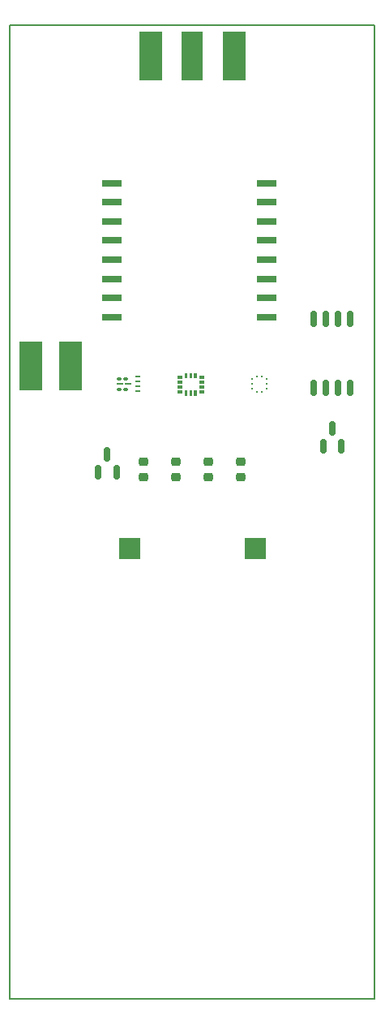
<source format=gtp>
G04 #@! TF.GenerationSoftware,KiCad,Pcbnew,9.0.6*
G04 #@! TF.CreationDate,2025-12-24T12:42:27-06:00*
G04 #@! TF.ProjectId,TVC,5456432e-6b69-4636-9164-5f7063625858,rev?*
G04 #@! TF.SameCoordinates,Original*
G04 #@! TF.FileFunction,Paste,Top*
G04 #@! TF.FilePolarity,Positive*
%FSLAX46Y46*%
G04 Gerber Fmt 4.6, Leading zero omitted, Abs format (unit mm)*
G04 Created by KiCad (PCBNEW 9.0.6) date 2025-12-24 12:42:27*
%MOMM*%
%LPD*%
G01*
G04 APERTURE LIST*
G04 Aperture macros list*
%AMRoundRect*
0 Rectangle with rounded corners*
0 $1 Rounding radius*
0 $2 $3 $4 $5 $6 $7 $8 $9 X,Y pos of 4 corners*
0 Add a 4 corners polygon primitive as box body*
4,1,4,$2,$3,$4,$5,$6,$7,$8,$9,$2,$3,0*
0 Add four circle primitives for the rounded corners*
1,1,$1+$1,$2,$3*
1,1,$1+$1,$4,$5*
1,1,$1+$1,$6,$7*
1,1,$1+$1,$8,$9*
0 Add four rect primitives between the rounded corners*
20,1,$1+$1,$2,$3,$4,$5,0*
20,1,$1+$1,$4,$5,$6,$7,0*
20,1,$1+$1,$6,$7,$8,$9,0*
20,1,$1+$1,$8,$9,$2,$3,0*%
G04 Aperture macros list end*
%ADD10C,0.010000*%
%ADD11R,2.000000X0.800000*%
%ADD12RoundRect,0.087500X-0.150000X-0.087500X0.150000X-0.087500X0.150000X0.087500X-0.150000X0.087500X0*%
%ADD13RoundRect,0.050000X-0.262500X-0.050000X0.262500X-0.050000X0.262500X0.050000X-0.262500X0.050000X0*%
%ADD14RoundRect,0.062500X-0.162500X-0.062500X0.162500X-0.062500X0.162500X0.062500X-0.162500X0.062500X0*%
%ADD15R,2.350000X5.100000*%
%ADD16R,0.254000X0.279400*%
%ADD17R,0.279400X0.254000*%
%ADD18R,2.200000X2.200000*%
%ADD19RoundRect,0.150000X0.150000X-0.587500X0.150000X0.587500X-0.150000X0.587500X-0.150000X-0.587500X0*%
%ADD20RoundRect,0.162500X-0.162500X0.650000X-0.162500X-0.650000X0.162500X-0.650000X0.162500X0.650000X0*%
%ADD21R,2.290000X5.080000*%
%ADD22R,2.420000X5.080000*%
%ADD23RoundRect,0.218750X-0.256250X0.218750X-0.256250X-0.218750X0.256250X-0.218750X0.256250X0.218750X0*%
G04 #@! TA.AperFunction,Profile*
%ADD24C,0.200000*%
G04 #@! TD*
G04 APERTURE END LIST*
D10*
X146411250Y-86999000D02*
X145961250Y-86999000D01*
X145961250Y-86761000D01*
X146411250Y-86761000D01*
X146411250Y-86999000D01*
G36*
X146411250Y-86999000D02*
G01*
X145961250Y-86999000D01*
X145961250Y-86761000D01*
X146411250Y-86761000D01*
X146411250Y-86999000D01*
G37*
X146411250Y-87499000D02*
X145961250Y-87499000D01*
X145961250Y-87261000D01*
X146411250Y-87261000D01*
X146411250Y-87499000D01*
G36*
X146411250Y-87499000D02*
G01*
X145961250Y-87499000D01*
X145961250Y-87261000D01*
X146411250Y-87261000D01*
X146411250Y-87499000D01*
G37*
X146411250Y-87999000D02*
X145961250Y-87999000D01*
X145961250Y-87761000D01*
X146411250Y-87761000D01*
X146411250Y-87999000D01*
G36*
X146411250Y-87999000D02*
G01*
X145961250Y-87999000D01*
X145961250Y-87761000D01*
X146411250Y-87761000D01*
X146411250Y-87999000D01*
G37*
X146411250Y-88499000D02*
X145961250Y-88499000D01*
X145961250Y-88261000D01*
X146411250Y-88261000D01*
X146411250Y-88499000D01*
G36*
X146411250Y-88499000D02*
G01*
X145961250Y-88499000D01*
X145961250Y-88261000D01*
X146411250Y-88261000D01*
X146411250Y-88499000D01*
G37*
X146967750Y-86942500D02*
X146729750Y-86942500D01*
X146729750Y-86492500D01*
X146967750Y-86492500D01*
X146967750Y-86942500D01*
G36*
X146967750Y-86942500D02*
G01*
X146729750Y-86942500D01*
X146729750Y-86492500D01*
X146967750Y-86492500D01*
X146967750Y-86942500D01*
G37*
X146967750Y-88767500D02*
X146729750Y-88767500D01*
X146729750Y-88317500D01*
X146967750Y-88317500D01*
X146967750Y-88767500D01*
G36*
X146967750Y-88767500D02*
G01*
X146729750Y-88767500D01*
X146729750Y-88317500D01*
X146967750Y-88317500D01*
X146967750Y-88767500D01*
G37*
X147467750Y-86942500D02*
X147229750Y-86942500D01*
X147229750Y-86492500D01*
X147467750Y-86492500D01*
X147467750Y-86942500D01*
G36*
X147467750Y-86942500D02*
G01*
X147229750Y-86942500D01*
X147229750Y-86492500D01*
X147467750Y-86492500D01*
X147467750Y-86942500D01*
G37*
X147467750Y-88767500D02*
X147229750Y-88767500D01*
X147229750Y-88317500D01*
X147467750Y-88317500D01*
X147467750Y-88767500D01*
G36*
X147467750Y-88767500D02*
G01*
X147229750Y-88767500D01*
X147229750Y-88317500D01*
X147467750Y-88317500D01*
X147467750Y-88767500D01*
G37*
X147967750Y-86942500D02*
X147729750Y-86942500D01*
X147729750Y-86492500D01*
X147967750Y-86492500D01*
X147967750Y-86942500D01*
G36*
X147967750Y-86942500D02*
G01*
X147729750Y-86942500D01*
X147729750Y-86492500D01*
X147967750Y-86492500D01*
X147967750Y-86942500D01*
G37*
X147967750Y-88767500D02*
X147729750Y-88767500D01*
X147729750Y-88317500D01*
X147967750Y-88317500D01*
X147967750Y-88767500D01*
G36*
X147967750Y-88767500D02*
G01*
X147729750Y-88767500D01*
X147729750Y-88317500D01*
X147967750Y-88317500D01*
X147967750Y-88767500D01*
G37*
X148736250Y-86999000D02*
X148286250Y-86999000D01*
X148286250Y-86761000D01*
X148736250Y-86761000D01*
X148736250Y-86999000D01*
G36*
X148736250Y-86999000D02*
G01*
X148286250Y-86999000D01*
X148286250Y-86761000D01*
X148736250Y-86761000D01*
X148736250Y-86999000D01*
G37*
X148736250Y-87499000D02*
X148286250Y-87499000D01*
X148286250Y-87261000D01*
X148736250Y-87261000D01*
X148736250Y-87499000D01*
G36*
X148736250Y-87499000D02*
G01*
X148286250Y-87499000D01*
X148286250Y-87261000D01*
X148736250Y-87261000D01*
X148736250Y-87499000D01*
G37*
X148736250Y-87999000D02*
X148286250Y-87999000D01*
X148286250Y-87761000D01*
X148736250Y-87761000D01*
X148736250Y-87999000D01*
G36*
X148736250Y-87999000D02*
G01*
X148286250Y-87999000D01*
X148286250Y-87761000D01*
X148736250Y-87761000D01*
X148736250Y-87999000D01*
G37*
X148736250Y-88499000D02*
X148286250Y-88499000D01*
X148286250Y-88261000D01*
X148736250Y-88261000D01*
X148736250Y-88499000D01*
G36*
X148736250Y-88499000D02*
G01*
X148286250Y-88499000D01*
X148286250Y-88261000D01*
X148736250Y-88261000D01*
X148736250Y-88499000D01*
G37*
D11*
X155348750Y-80660000D03*
X155348750Y-78660000D03*
X155348750Y-76660000D03*
X155348750Y-74660000D03*
X155348750Y-72660000D03*
X155348750Y-70660000D03*
X155348750Y-68660000D03*
X155348750Y-66660000D03*
X139148750Y-66660000D03*
X139148750Y-68660000D03*
X139148750Y-70660000D03*
X139148750Y-72660000D03*
X139148750Y-74660000D03*
X139148750Y-76660000D03*
X139148750Y-78660000D03*
X139148750Y-80660000D03*
D12*
X139901250Y-87080000D03*
X139901250Y-88180000D03*
D13*
X139976750Y-87630000D03*
D12*
X140576250Y-87080000D03*
X140576250Y-88180000D03*
D13*
X140802250Y-87630000D03*
D14*
X141839250Y-88380000D03*
X141839250Y-87880000D03*
X141839250Y-87380000D03*
X141839250Y-86880000D03*
D15*
X130711250Y-85725000D03*
X134861250Y-85725000D03*
D16*
X154296250Y-88417400D03*
X154796250Y-88417400D03*
D17*
X155333650Y-88129999D03*
X155333650Y-87630000D03*
X155333650Y-87130001D03*
D16*
X154796250Y-86842600D03*
X154296250Y-86842600D03*
D17*
X153758850Y-87130001D03*
X153758850Y-87630000D03*
X153758850Y-88129999D03*
D18*
X140961250Y-104775000D03*
X154161250Y-104775000D03*
D19*
X137721250Y-96822500D03*
X139621250Y-96822500D03*
X138671250Y-94947500D03*
D20*
X164071250Y-80867500D03*
X162801250Y-80867500D03*
X161531250Y-80867500D03*
X160261250Y-80867500D03*
X160261250Y-88042500D03*
X161531250Y-88042500D03*
X162801250Y-88042500D03*
X164071250Y-88042500D03*
D19*
X161216250Y-94155500D03*
X163116250Y-94155500D03*
X162166250Y-92280500D03*
D21*
X147541250Y-53415000D03*
D22*
X151921250Y-53415000D03*
X143161250Y-53415000D03*
D23*
X142481250Y-95732500D03*
X142481250Y-97307500D03*
X149254583Y-95732500D03*
X149254583Y-97307500D03*
X152641250Y-95732500D03*
X152641250Y-97307500D03*
X145867917Y-95732500D03*
X145867917Y-97307500D03*
D24*
X128511250Y-50165000D02*
X166611250Y-50165000D01*
X166611250Y-151765000D01*
X128511250Y-151765000D01*
X128511250Y-50165000D01*
M02*

</source>
